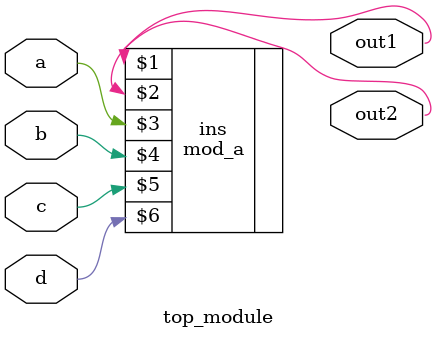
<source format=v>

module top_module ( 
    input a, 
    input b, 
    input c,
    input d,
    output out1,
    output out2
);
    mod_a ins(out1,out2,a,b,c,d);
endmodule


</source>
